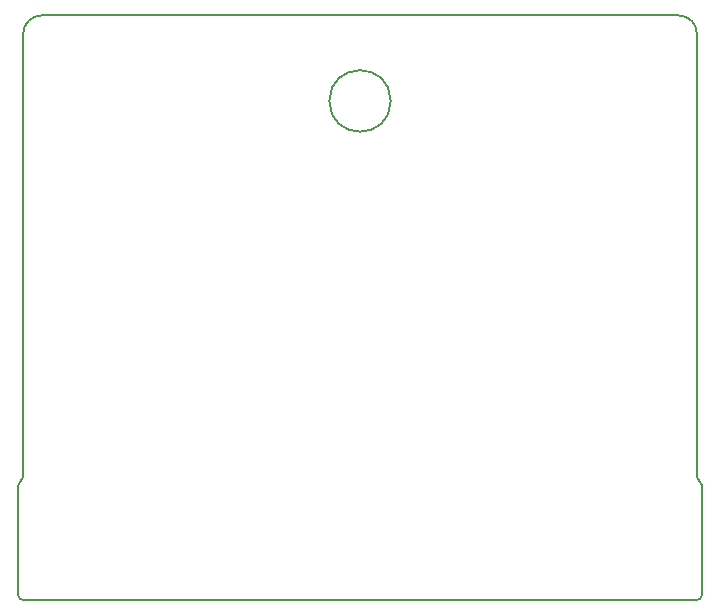
<source format=gm1>
G04 #@! TF.GenerationSoftware,KiCad,Pcbnew,(5.1.5-0-10_14)*
G04 #@! TF.CreationDate,2021-05-02T05:38:55-04:00*
G04 #@! TF.ProjectId,GW4301,47573433-3031-42e6-9b69-6361645f7063,1.2*
G04 #@! TF.SameCoordinates,Original*
G04 #@! TF.FileFunction,Profile,NP*
%FSLAX46Y46*%
G04 Gerber Fmt 4.6, Leading zero omitted, Abs format (unit mm)*
G04 Created by KiCad (PCBNEW (5.1.5-0-10_14)) date 2021-05-02 05:38:55*
%MOMM*%
%LPD*%
G04 APERTURE LIST*
%ADD10C,0.150000*%
G04 APERTURE END LIST*
D10*
X103517456Y-87058500D02*
G75*
G03X103568500Y-86868000I-329956J190500D01*
G01*
X103175044Y-87693500D02*
G75*
G03X103124000Y-87884000I329956J-190500D01*
G01*
X103517456Y-87058500D02*
X103175044Y-87693500D01*
X160642544Y-87058500D02*
X160984956Y-87693500D01*
X134680000Y-55245000D02*
G75*
G03X134680000Y-55245000I-2600000J0D01*
G01*
X103568500Y-49530000D02*
X103568500Y-86868000D01*
X160591500Y-49530000D02*
X160591500Y-86868000D01*
X103124000Y-87884000D02*
X103124000Y-97028000D01*
X160984956Y-87693500D02*
G75*
G02X161036000Y-87884000I-329956J-190500D01*
G01*
X160642544Y-87058500D02*
G75*
G02X160591500Y-86868000I329956J190500D01*
G01*
X159067500Y-48006000D02*
G75*
G02X160591500Y-49530000I0J-1524000D01*
G01*
X161036000Y-87884000D02*
X161036000Y-97028000D01*
X103568500Y-49530000D02*
G75*
G02X105092500Y-48006000I1524000J0D01*
G01*
X160528000Y-97536000D02*
X103632000Y-97536000D01*
X103632000Y-97536000D02*
G75*
G02X103124000Y-97028000I0J508000D01*
G01*
X161036000Y-97028000D02*
G75*
G02X160528000Y-97536000I-508000J0D01*
G01*
X159067500Y-48006000D02*
X105092500Y-48006000D01*
M02*

</source>
